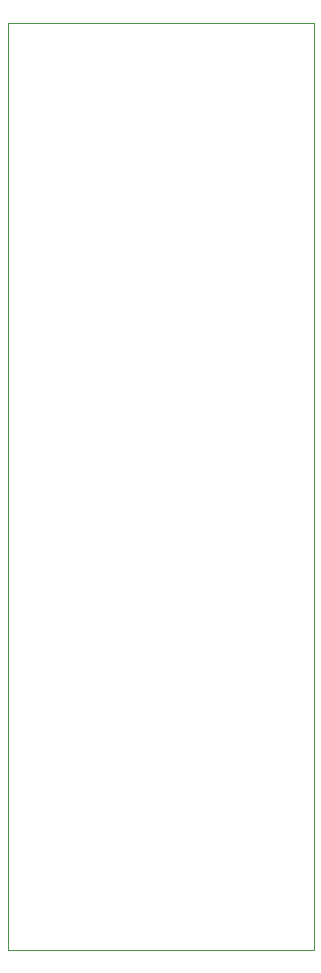
<source format=gbr>
G04 #@! TF.FileFunction,Profile,NP*
%FSLAX46Y46*%
G04 Gerber Fmt 4.6, Leading zero omitted, Abs format (unit mm)*
G04 Created by KiCad (PCBNEW 4.0.7) date 03/16/20 13:41:23*
%MOMM*%
%LPD*%
G01*
G04 APERTURE LIST*
%ADD10C,0.100000*%
%ADD11C,0.025400*%
G04 APERTURE END LIST*
D10*
D11*
X110871000Y-131572000D02*
X136779000Y-131572000D01*
X110871000Y-53086000D02*
X136779000Y-53086000D01*
X136779000Y-53086000D02*
X136779000Y-131572000D01*
X110871000Y-53086000D02*
X110871000Y-131572000D01*
M02*

</source>
